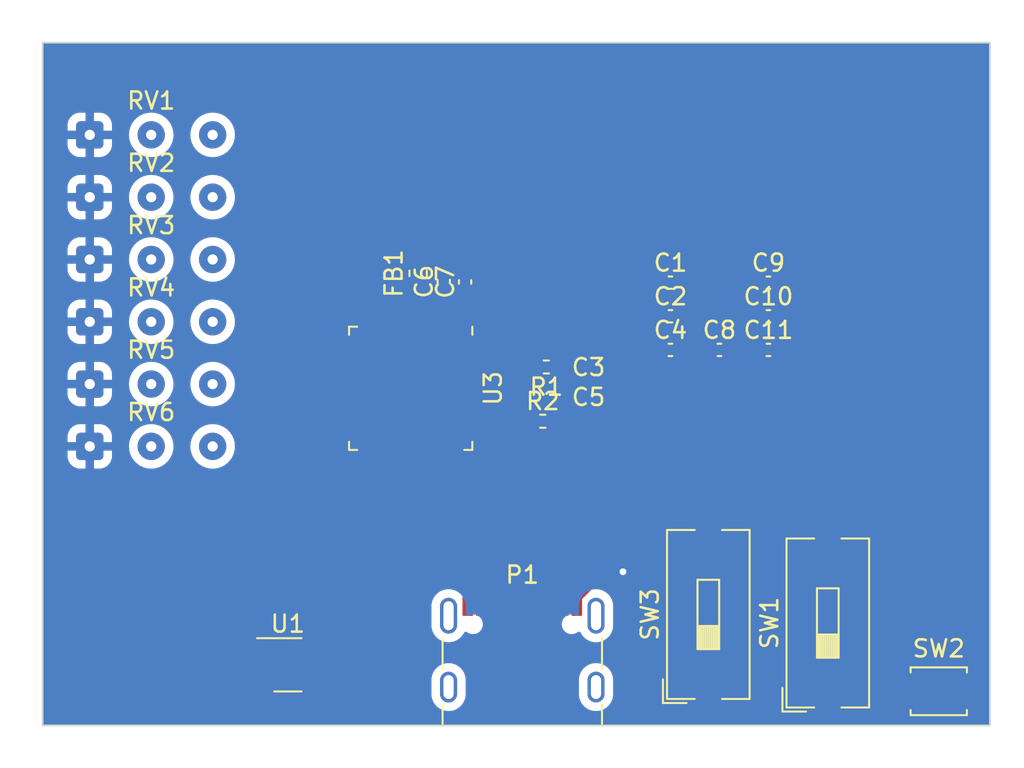
<source format=kicad_pcb>
(kicad_pcb (version 20221018) (generator pcbnew)
  (layers (0 "F.Cu" signal) (31 "B.Cu" signal) (34 "B.Paste" user) (35 "F.Paste" user) (36 "B.SilkS" user "B.Silkscreen") (37 "F.SilkS" user "F.Silkscreen") (38 "B.Mask" user) (39 "F.Mask" user) (44 "Edge.Cuts" user))
  (net 0 "")
  (net 1 "VDD")
  (net 2 "GND")
  (net 3 "VDDA")
  (net 4 "VBUS")
  (net 5 "/X_Trans")
  (net 6 "/Y_Trans")
  (net 7 "/X_Rot")
  (net 8 "/Y_Rot")
  (net 9 "/Z_Trans")
  (net 10 "/Z_Rot")
  (net 17 "NRST")
  (net 32 "/USB_D-")
  (net 33 "/USB_D+")
  (net 42 "/BOOT0")
  (net 48 "Net-(SW3-B)")
  (net 49 "Net-(SW1-B)")
  (footprint "Capacitor_SMD:C_0402_1005Metric" (layer "F.Cu") (at 106.78 46.53)
    (fp_text reference "C2" (at 0 -1.16) (layer "F.SilkS"))
    (fp_text value "100n")
    (fp_line (start -0.107836 -0.36) (end 0.107836 -0.36) (stroke (width 0.12)) (layer "F.SilkS"))
    (fp_line (start -0.107836 0.36) (end 0.107836 0.36) (stroke (width 0.12)) (layer "F.SilkS"))
    (pad "1" smd roundrect (at -0.48 0) (size 0.56 0.62) (layers "F.Cu" "F.Paste" "F.Mask") (net 1 "VDD"))
    (pad "2" smd roundrect (at 0.48 0) (size 0.56 0.62) (layers "F.Cu" "F.Paste" "F.Mask") (net 2 "GND"))
  )
  (footprint "Inductor_SMD:L_0603_1608Metric" (layer "F.Cu") (at 92 44.02 90)
    (fp_text reference "FB1" (at 0 -1.43 90) (layer "F.SilkS"))
    (fp_text value "120R")
    (fp_line (start -0.162779 -0.51) (end 0.162779 -0.51) (stroke (width 0.12)) (layer "F.SilkS"))
    (fp_line (start -0.162779 0.51) (end 0.162779 0.51) (stroke (width 0.12)) (layer "F.SilkS"))
    (pad "1" smd roundrect (at -0.7875 0 90) (size 0.875 0.95) (layers "F.Cu" "F.Paste" "F.Mask") (net 3 "VDDA"))
    (pad "2" smd roundrect (at 0.7875 0 90) (size 0.875 0.95) (layers "F.Cu" "F.Paste" "F.Mask") (net 1 "VDD"))
  )
  (footprint "Capacitor_SMD:C_0402_1005Metric" (layer "F.Cu") (at 112.52 44.56)
    (fp_text reference "C9" (at 0 -1.16) (layer "F.SilkS"))
    (fp_text value "1u")
    (fp_line (start -0.107836 -0.36) (end 0.107836 -0.36) (stroke (width 0.12)) (layer "F.SilkS"))
    (fp_line (start -0.107836 0.36) (end 0.107836 0.36) (stroke (width 0.12)) (layer "F.SilkS"))
    (pad "1" smd roundrect (at -0.48 0) (size 0.56 0.62) (layers "F.Cu" "F.Paste" "F.Mask") (net 1 "VDD"))
    (pad "2" smd roundrect (at 0.48 0) (size 0.56 0.62) (layers "F.Cu" "F.Paste" "F.Mask") (net 2 "GND"))
  )
  (footprint "Connector_Wire:SolderWire-0.1sqmm_1x03_P3.6mm_D0.4mm_OD1mm" (layer "F.Cu") (at 72.7592 46.8528)
    (fp_text reference "RV4" (at 3.6 -2) (layer "F.SilkS"))
    (fp_text value "10k")
    (pad "1" thru_hole roundrect (at 0 0) (size 1.6 1.6) (drill 0.6) (layers "*.Cu" "*.Mask") (roundrect_rratio 0.15625) (net 2 "GND"))
    (pad "2" thru_hole circle (at 3.6 0) (size 1.6 1.6) (drill 0.6) (layers "*.Cu" "*.Mask") (net 7 "/X_Rot"))
    (pad "3" thru_hole circle (at 7.2 0) (size 1.6 1.6) (drill 0.6) (layers "*.Cu" "*.Mask") (net 3 "VDDA"))
  )
  (footprint "Button_Switch_SMD:SW_DIP_SPSTx01_Slide_9.78x4.72mm_W8.61mm_P2.54mm" (layer "F.Cu") (at 116 64.5 90)
    (fp_text reference "SW1" (at 0 -3.42 90) (layer "F.SilkS"))
    (fp_text value "Power Switch")
    (fp_line (start -5.19 -2.66) (end -5.19 -1.277) (stroke (width 0.12)) (layer "F.SilkS"))
    (fp_line (start -5.19 -2.66) (end -3.806 -2.66) (stroke (width 0.12)) (layer "F.SilkS"))
    (fp_line (start -4.95 -2.42) (end -4.95 -0.8) (stroke (width 0.12)) (layer "F.SilkS"))
    (fp_line (start -4.95 -2.42) (end 4.95 -2.42) (stroke (width 0.12)) (layer "F.SilkS"))
    (fp_line (start -4.95 0.8) (end -4.95 2.42) (stroke (width 0.12)) (layer "F.SilkS"))
    (fp_line (start -4.95 2.42) (end 4.95 2.42) (stroke (width 0.12)) (layer "F.SilkS"))
    (fp_line (start -2.03 -0.635) (end -2.03 0.635) (stroke (width 0.12)) (layer "F.SilkS"))
    (fp_line (start -2.03 -0.515) (end -0.676667 -0.515) (stroke (width 0.12)) (layer "F.SilkS"))
    (fp_line (start -2.03 -0.395) (end -0.676667 -0.395) (stroke (width 0.12)) (layer "F.SilkS"))
    (fp_line (start -2.03 -0.275) (end -0.676667 -0.275) (stroke (width 0.12)) (layer "F.SilkS"))
    (fp_line (start -2.03 -0.155) (end -0.676667 -0.155) (stroke (width 0.12)) (layer "F.SilkS"))
    (fp_line (start -2.03 -0.035) (end -0.676667 -0.035) (stroke (width 0.12)) (layer "F.SilkS"))
    (fp_line (start -2.03 0.085) (end -0.676667 0.085) (stroke (width 0.12)) (layer "F.SilkS"))
    (fp_line (start -2.03 0.205) (end -0.676667 0.205) (stroke (width 0.12)) (layer "F.SilkS"))
    (fp_line (start -2.03 0.325) (end -0.676667 0.325) (stroke (width 0.12)) (layer "F.SilkS"))
    (fp_line (start -2.03 0.445) (end -0.676667 0.445) (stroke (width 0.12)) (layer "F.SilkS"))
    (fp_line (start -2.03 0.565) (end -0.676667 0.565) (stroke (width 0.12)) (layer "F.SilkS"))
    (fp_line (start -2.03 0.635) (end 2.03 0.635) (stroke (width 0.12)) (layer "F.SilkS"))
    (fp_line (start -0.676667 -0.635) (end -0.676667 0.635) (stroke (width 0.12)) (layer "F.SilkS"))
    (fp_line (start 2.03 -0.635) (end -2.03 -0.635) (stroke (width 0.12)) (layer "F.SilkS"))
    (fp_line (start 2.03 0.635) (end 2.03 -0.635) (stroke (width 0.12)) (layer "F.SilkS"))
    (fp_line (start 4.95 -2.42) (end 4.95 -0.8) (stroke (width 0.12)) (layer "F.SilkS"))
    (fp_line (start 4.95 0.8) (end 4.95 2.42) (stroke (width 0.12)) (layer "F.SilkS"))
    (pad "1" smd rect (at -4.305 0 90) (size 2.44 1.12) (layers "F.Cu" "F.Paste" "F.Mask") (net 2 "GND"))
    (pad "2" smd rect (at 4.305 0 90) (size 2.44 1.12) (layers "F.Cu" "F.Paste" "F.Mask") (net 49 "Net-(SW1-B)"))
  )
  (footprint "Connector_Wire:SolderWire-0.1sqmm_1x03_P3.6mm_D0.4mm_OD1mm" (layer "F.Cu") (at 72.7592 35.9028)
    (fp_text reference "RV1" (at 3.6 -2) (layer "F.SilkS"))
    (fp_text value "10k")
    (pad "1" thru_hole roundrect (at 0 0) (size 1.6 1.6) (drill 0.6) (layers "*.Cu" "*.Mask") (roundrect_rratio 0.15625) (net 2 "GND"))
    (pad "2" thru_hole circle (at 3.6 0) (size 1.6 1.6) (drill 0.6) (layers "*.Cu" "*.Mask") (net 5 "/X_Trans"))
    (pad "3" thru_hole circle (at 7.2 0) (size 1.6 1.6) (drill 0.6) (layers "*.Cu" "*.Mask") (net 3 "VDDA"))
  )
  (footprint "Capacitor_SMD:C_0402_1005Metric" (layer "F.Cu") (at 112.52 48.5)
    (fp_text reference "C11" (at 0 -1.16) (layer "F.SilkS"))
    (fp_text value "1u")
    (fp_line (start -0.107836 -0.36) (end 0.107836 -0.36) (stroke (width 0.12)) (layer "F.SilkS"))
    (fp_line (start -0.107836 0.36) (end 0.107836 0.36) (stroke (width 0.12)) (layer "F.SilkS"))
    (pad "1" smd roundrect (at -0.48 0) (size 0.56 0.62) (layers "F.Cu" "F.Paste" "F.Mask") (net 1 "VDD"))
    (pad "2" smd roundrect (at 0.48 0) (size 0.56 0.62) (layers "F.Cu" "F.Paste" "F.Mask") (net 2 "GND"))
  )
  (footprint "Capacitor_SMD:C_0402_1005Metric" (layer "F.Cu") (at 112.52 46.53)
    (fp_text reference "C10" (at 0 -1.16) (layer "F.SilkS"))
    (fp_text value "0.1u")
    (fp_line (start -0.107836 -0.36) (end 0.107836 -0.36) (stroke (width 0.12)) (layer "F.SilkS"))
    (fp_line (start -0.107836 0.36) (end 0.107836 0.36) (stroke (width 0.12)) (layer "F.SilkS"))
    (pad "1" smd roundrect (at -0.48 0) (size 0.56 0.62) (layers "F.Cu" "F.Paste" "F.Mask") (net 17 "NRST"))
    (pad "2" smd roundrect (at 0.48 0) (size 0.56 0.62) (layers "F.Cu" "F.Paste" "F.Mask") (net 2 "GND"))
  )
  (footprint "Capacitor_SMD:C_0402_1005Metric" (layer "F.Cu") (at 94.75 44.52 90)
    (fp_text reference "C7" (at 0 -1.16 90) (layer "F.SilkS"))
    (fp_text value "1u")
    (fp_line (start -0.107836 -0.36) (end 0.107836 -0.36) (stroke (width 0.12)) (layer "F.SilkS"))
    (fp_line (start -0.107836 0.36) (end 0.107836 0.36) (stroke (width 0.12)) (layer "F.SilkS"))
    (pad "1" smd roundrect (at -0.48 0 90) (size 0.56 0.62) (layers "F.Cu" "F.Paste" "F.Mask") (net 3 "VDDA"))
    (pad "2" smd roundrect (at 0.48 0 90) (size 0.56 0.62) (layers "F.Cu" "F.Paste" "F.Mask") (net 2 "GND"))
  )
  (footprint "Connector_Wire:SolderWire-0.1sqmm_1x03_P3.6mm_D0.4mm_OD1mm" (layer "F.Cu") (at 72.7592 43.2028)
    (fp_text reference "RV3" (at 3.6 -2) (layer "F.SilkS"))
    (fp_text value "10k")
    (pad "1" thru_hole roundrect (at 0 0) (size 1.6 1.6) (drill 0.6) (layers "*.Cu" "*.Mask") (roundrect_rratio 0.15625) (net 2 "GND"))
    (pad "2" thru_hole circle (at 3.6 0) (size 1.6 1.6) (drill 0.6) (layers "*.Cu" "*.Mask") (net 9 "/Z_Trans"))
    (pad "3" thru_hole circle (at 7.2 0) (size 1.6 1.6) (drill 0.6) (layers "*.Cu" "*.Mask") (net 3 "VDDA"))
  )
  (footprint "Capacitor_SMD:C_0201_0603Metric" (layer "F.Cu") (at 101.98 50.57)
    (fp_text reference "C3" (at 0 -1.05) (layer "F.SilkS"))
    (fp_text value "4.7u")
    (pad "1" smd roundrect (at -0.32 0) (size 0.46 0.4) (layers "F.Cu" "F.Mask") (net 1 "VDD"))
    (pad "2" smd roundrect (at 0.32 0) (size 0.46 0.4) (layers "F.Cu" "F.Mask") (net 2 "GND"))
  )
  (footprint "Capacitor_SMD:C_0201_0603Metric" (layer "F.Cu") (at 101.98 52.32)
    (fp_text reference "C5" (at 0 -1.05) (layer "F.SilkS"))
    (fp_text value "4.7u")
    (pad "1" smd roundrect (at -0.32 0) (size 0.46 0.4) (layers "F.Cu" "F.Mask") (net 1 "VDD"))
    (pad "2" smd roundrect (at 0.32 0) (size 0.46 0.4) (layers "F.Cu" "F.Mask") (net 2 "GND"))
  )
  (footprint "Button_Switch_SMD:SW_SPST_B3U-1000P" (layer "F.Cu") (at 122.5 68.5)
    (fp_text reference "SW2" (at 0 -2.5) (layer "F.SilkS"))
    (fp_text value "RST")
    (fp_line (start -1.65 -1.4) (end 1.65 -1.4) (stroke (width 0.12)) (layer "F.SilkS"))
    (fp_line (start -1.65 -1.1) (end -1.65 -1.4) (stroke (width 0.12)) (layer "F.SilkS"))
    (fp_line (start -1.65 1.1) (end -1.65 1.4) (stroke (width 0.12)) (layer "F.SilkS"))
    (fp_line (start -1.65 1.4) (end 1.65 1.4) (stroke (width 0.12)) (layer "F.SilkS"))
    (fp_line (start 1.65 -1.4) (end 1.65 -1.1) (stroke (width 0.12)) (layer "F.SilkS"))
    (fp_line (start 1.65 1.4) (end 1.65 1.1) (stroke (width 0.12)) (layer "F.SilkS"))
    (pad "1" smd rect (at -1.7 0) (size 0.9 1.7) (layers "F.Cu" "F.Paste" "F.Mask") (net 2 "GND"))
    (pad "2" smd rect (at 1.7 0) (size 0.9 1.7) (layers "F.Cu" "F.Paste" "F.Mask") (net 17 "NRST"))
  )
  (footprint "Capacitor_SMD:C_0402_1005Metric" (layer "F.Cu") (at 109.65 48.5)
    (fp_text reference "C8" (at 0 -1.16) (layer "F.SilkS"))
    (fp_text value "C?")
    (fp_line (start -0.107836 -0.36) (end 0.107836 -0.36) (stroke (width 0.12)) (layer "F.SilkS"))
    (fp_line (start -0.107836 0.36) (end 0.107836 0.36) (stroke (width 0.12)) (layer "F.SilkS"))
    (pad "1" smd roundrect (at -0.48 0) (size 0.56 0.62) (layers "F.Cu" "F.Paste" "F.Mask") (net 4 "VBUS"))
    (pad "2" smd roundrect (at 0.48 0) (size 0.56 0.62) (layers "F.Cu" "F.Paste" "F.Mask") (net 2 "GND"))
  )
  (footprint "Capacitor_SMD:C_0402_1005Metric" (layer "F.Cu") (at 93.5 44.5 90)
    (fp_text reference "C6" (at 0 -1.16 90) (layer "F.SilkS"))
    (fp_text value "10n")
    (fp_line (start -0.107836 -0.36) (end 0.107836 -0.36) (stroke (width 0.12)) (layer "F.SilkS"))
    (fp_line (start -0.107836 0.36) (end 0.107836 0.36) (stroke (width 0.12)) (layer "F.SilkS"))
    (pad "1" smd roundrect (at -0.48 0 90) (size 0.56 0.62) (layers "F.Cu" "F.Paste" "F.Mask") (net 3 "VDDA"))
    (pad "2" smd roundrect (at 0.48 0 90) (size 0.56 0.62) (layers "F.Cu" "F.Paste" "F.Mask") (net 2 "GND"))
  )
  (footprint "Capacitor_SMD:C_0402_1005Metric" (layer "F.Cu") (at 106.78 48.5)
    (fp_text reference "C4" (at 0 -1.16) (layer "F.SilkS"))
    (fp_text value "100n")
    (fp_line (start -0.107836 -0.36) (end 0.107836 -0.36) (stroke (width 0.12)) (layer "F.SilkS"))
    (fp_line (start -0.107836 0.36) (end 0.107836 0.36) (stroke (width 0.12)) (layer "F.SilkS"))
    (pad "1" smd roundrect (at -0.48 0) (size 0.56 0.62) (layers "F.Cu" "F.Paste" "F.Mask") (net 1 "VDD"))
    (pad "2" smd roundrect (at 0.48 0) (size 0.56 0.62) (layers "F.Cu" "F.Paste" "F.Mask") (net 2 "GND"))
  )
  (footprint "Button_Switch_SMD:SW_DIP_SPSTx01_Slide_9.78x4.72mm_W8.61mm_P2.54mm" (layer "F.Cu") (at 109 64 90)
    (fp_text reference "SW3" (at 0 -3.42 90) (layer "F.SilkS"))
    (fp_text value "BOOT Select")
    (fp_line (start -5.19 -2.66) (end -5.19 -1.277) (stroke (width 0.12)) (layer "F.SilkS"))
    (fp_line (start -5.19 -2.66) (end -3.806 -2.66) (stroke (width 0.12)) (layer "F.SilkS"))
    (fp_line (start -4.95 -2.42) (end -4.95 -0.8) (stroke (width 0.12)) (layer "F.SilkS"))
    (fp_line (start -4.95 -2.42) (end 4.95 -2.42) (stroke (width 0.12)) (layer "F.SilkS"))
    (fp_line (start -4.95 0.8) (end -4.95 2.42) (stroke (width 0.12)) (layer "F.SilkS"))
    (fp_line (start -4.95 2.42) (end 4.95 2.42) (stroke (width 0.12)) (layer "F.SilkS"))
    (fp_line (start -2.03 -0.635) (end -2.03 0.635) (stroke (width 0.12)) (layer "F.SilkS"))
    (fp_line (start -2.03 -0.515) (end -0.676667 -0.515) (stroke (width 0.12)) (layer "F.SilkS"))
    (fp_line (start -2.03 -0.395) (end -0.676667 -0.395) (stroke (width 0.12)) (layer "F.SilkS"))
    (fp_line (start -2.03 -0.275) (end -0.676667 -0.275) (stroke (width 0.12)) (layer "F.SilkS"))
    (fp_line (start -2.03 -0.155) (end -0.676667 -0.155) (stroke (width 0.12)) (layer "F.SilkS"))
    (fp_line (start -2.03 -0.035) (end -0.676667 -0.035) (stroke (width 0.12)) (layer "F.SilkS"))
    (fp_line (start -2.03 0.085) (end -0.676667 0.085) (stroke (width 0.12)) (layer "F.SilkS"))
    (fp_line (start -2.03 0.205) (end -0.676667 0.205) (stroke (width 0.12)) (layer "F.SilkS"))
    (fp_line (start -2.03 0.325) (end -0.676667 0.325) (stroke (width 0.12)) (layer "F.SilkS"))
    (fp_line (start -2.03 0.445) (end -0.676667 0.445) (stroke (width 0.12)) (layer "F.SilkS"))
    (fp_line (start -2.03 0.565) (end -0.676667 0.565) (stroke (width 0.12)) (layer "F.SilkS"))
    (fp_line (start -2.03 0.635) (end 2.03 0.635) (stroke (width 0.12)) (layer "F.SilkS"))
    (fp_line (start -0.676667 -0.635) (end -0.676667 0.635) (stroke (width 0.12)) (layer "F.SilkS"))
    (fp_line (start 2.03 -0.635) (end -2.03 -0.635) (stroke (width 0.12)) (layer "F.SilkS"))
    (fp_line (start 2.03 0.635) (end 2.03 -0.635) (stroke (width 0.12)) (layer "F.SilkS"))
    (fp_line (start 4.95 -2.42) (end 4.95 -0.8) (stroke (width 0.12)) (layer "F.SilkS"))
    (fp_line (start 4.95 0.8) (end 4.95 2.42) (stroke (width 0.12)) (layer "F.SilkS"))
    (pad "1" smd rect (at -4.305 0 90) (size 2.44 1.12) (layers "F.Cu" "F.Paste" "F.Mask") (net 2 "GND"))
    (pad "2" smd rect (at 4.305 0 90) (size 2.44 1.12) (layers "F.Cu" "F.Paste" "F.Mask") (net 48 "Net-(SW3-B)"))
  )
  (footprint "Connector_Wire:SolderWire-0.1sqmm_1x03_P3.6mm_D0.4mm_OD1mm" (layer "F.Cu") (at 72.7592 50.5028)
    (fp_text reference "RV5" (at 3.6 -2) (layer "F.SilkS"))
    (fp_text value "10k")
    (pad "1" thru_hole roundrect (at 0 0) (size 1.6 1.6) (drill 0.6) (layers "*.Cu" "*.Mask") (roundrect_rratio 0.15625) (net 2 "GND"))
    (pad "2" thru_hole circle (at 3.6 0) (size 1.6 1.6) (drill 0.6) (layers "*.Cu" "*.Mask") (net 8 "/Y_Rot"))
    (pad "3" thru_hole circle (at 7.2 0) (size 1.6 1.6) (drill 0.6) (layers "*.Cu" "*.Mask") (net 3 "VDDA"))
  )
  (footprint "Connector_USB:USB_C_Receptacle_GCT_USB4105-xx-A_16P_TopMnt_Horizontal" (layer "F.Cu") (at 98.1 67.18)
    (fp_text reference "P1" (at 0 -5.5 unlocked) (layer "F.SilkS"))
    (fp_text value "USB_C_Plug_USB2.0")
    (fp_line (start -4.67 0) (end -4.67 -1.8) (stroke (width 0.12)) (layer "F.SilkS"))
    (fp_line (start -4.67 2.1) (end -4.67 3.25) (stroke (width 0.12)) (layer "F.SilkS"))
    (fp_line (start 4.67 0) (end 4.67 -1.8) (stroke (width 0.12)) (layer "F.SilkS"))
    (fp_line (start 4.67 2.1) (end 4.67 3.25) (stroke (width 0.12)) (layer "F.SilkS"))
    (pad "" np_thru_hole circle (at -2.89 -2.605) (size 0.65 0.65) (drill 0.65) (layers "F&B.Cu" "*.Mask"))
    (pad "" np_thru_hole circle (at 2.89 -2.605) (size 0.65 0.65) (drill 0.65) (layers "F&B.Cu" "*.Mask"))
    (pad "A1" smd rect (at -3.2 -3.68) (size 0.6 1.15) (layers "F.Cu" "F.Paste" "F.Mask") (net 2 "GND"))
    (pad "A4" smd rect (at -2.4 -3.68) (size 0.6 1.15) (layers "F.Cu" "F.Paste" "F.Mask") (net 4 "VBUS"))
    (pad "A5" smd rect (at -1.25 -3.68) (size 0.3 1.15) (layers "F.Cu" "F.Paste" "F.Mask"))
    (pad "A6" smd rect (at -0.25 -3.68) (size 0.3 1.15) (layers "F.Cu" "F.Paste" "F.Mask") (net 33 "/USB_D+"))
    (pad "A7" smd rect (at 0.25 -3.68) (size 0.3 1.15) (layers "F.Cu" "F.Paste" "F.Mask") (net 32 "/USB_D-"))
    (pad "A8" smd rect (at 1.25 -3.68) (size 0.3 1.15) (layers "F.Cu" "F.Paste" "F.Mask"))
    (pad "A9" smd rect (at 2.4 -3.68) (size 0.6 1.15) (layers "F.Cu" "F.Paste" "F.Mask") (net 4 "VBUS"))
    (pad "A12" smd rect (at 3.2 -3.68) (size 0.6 1.15) (layers "F.Cu" "F.Paste" "F.Mask") (net 2 "GND"))
    (pad "B1" smd rect (at 3.2 -3.68) (size 0.6 1.15) (layers "F.Cu" "F.Paste" "F.Mask") (net 2 "GND"))
    (pad "B4" smd rect (at 2.4 -3.68) (size 0.6 1.15) (layers "F.Cu" "F.Paste" "F.Mask") (net 4 "VBUS"))
    (pad "B5" smd rect (at 1.75 -3.68) (size 0.3 1.15) (layers "F.Cu" "F.Paste" "F.Mask"))
    (pad "B6" smd rect (at 0.75 -3.68) (size 0.3 1.15) (layers "F.Cu" "F.Paste" "F.Mask"))
    (pad "B7" smd rect (at -0.75 -3.68) (size 0.3 1.15) (layers "F.Cu" "F.Paste" "F.Mask"))
    (pad "B8" smd rect (at -1.75 -3.68) (size 0.3 1.15) (layers "F.Cu" "F.Paste" "F.Mask"))
    (pad "B9" smd rect (at -2.4 -3.68) (size 0.6 1.15) (layers "F.Cu" "F.Paste" "F.Mask") (net 4 "VBUS"))
    (pad "B12" smd rect (at -3.2 -3.68) (size 0.6 1.15) (layers "F.Cu" "F.Paste" "F.Mask") (net 2 "GND"))
    (pad "S1" thru_hole oval (at -4.32 -3.105) (size 1 2.1) (drill oval 0.6 1.7) (layers "*.Cu" "*.Mask" "F.Paste"))
    (pad "S1" thru_hole oval (at -4.32 1.075) (size 1 1.8) (drill oval 0.6 1.4) (layers "*.Cu" "*.Mask" "F.Paste"))
    (pad "S1" thru_hole oval (at 4.32 -3.105) (size 1 2.1) (drill oval 0.6 1.7) (layers "*.Cu" "*.Mask" "F.Paste"))
    (pad "S1" thru_hole oval (at 4.32 1.075) (size 1 1.8) (drill oval 0.6 1.4) (layers "*.Cu" "*.Mask" "F.Paste"))
  )
  (footprint "Resistor_SMD:R_0402_1005Metric" (layer "F.Cu") (at 99.51 49.5 180)
    (fp_text reference "R1" (at 0 -1.17) (layer "F.SilkS"))
    (fp_text value "1k5")
    (fp_line (start -0.153641 -0.38) (end 0.153641 -0.38) (stroke (width 0.12)) (layer "F.SilkS"))
    (fp_line (start -0.153641 0.38) (end 0.153641 0.38) (stroke (width 0.12)) (layer "F.SilkS"))
    (pad "1" smd roundrect (at -0.51 0 180) (size 0.54 0.64) (layers "F.Cu" "F.Paste" "F.Mask") (net 33 "/USB_D+"))
    (pad "2" smd roundrect (at 0.51 0 180) (size 0.54 0.64) (layers "F.Cu" "F.Paste" "F.Mask") (net 3 "VDDA"))
  )
  (footprint "Resistor_SMD:R_0402_1005Metric" (layer "F.Cu") (at 99.3 52.68)
    (fp_text reference "R2" (at 0 -1.17) (layer "F.SilkS"))
    (fp_text value "10k")
    (fp_line (start -0.153641 -0.38) (end 0.153641 -0.38) (stroke (width 0.12)) (layer "F.SilkS"))
    (fp_line (start -0.153641 0.38) (end 0.153641 0.38) (stroke (width 0.12)) (layer "F.SilkS"))
    (pad "1" smd roundrect (at -0.51 0) (size 0.54 0.64) (layers "F.Cu" "F.Paste" "F.Mask") (net 48 "Net-(SW3-B)"))
    (pad "2" smd roundrect (at 0.51 0) (size 0.54 0.64) (layers "F.Cu" "F.Paste" "F.Mask") (net 42 "/BOOT0"))
  )
  (footprint "Package_TO_SOT_SMD:TSOT-23-5" (layer "F.Cu") (at 84.3625 66.95)
    (fp_text reference "U1" (at 0 -2.4) (layer "F.SilkS"))
    (fp_text value "NCV8114ASN330T1G")
    (fp_line (start 0 -1.56) (end -1.8 -1.56) (stroke (width 0.12)) (layer "F.SilkS"))
    (fp_line (start 0 -1.56) (end 0.8 -1.56) (stroke (width 0.12)) (layer "F.SilkS"))
    (fp_line (start 0 1.56) (end -0.8 1.56) (stroke (width 0.12)) (layer "F.SilkS"))
    (fp_line (start 0 1.56) (end 0.8 1.56) (stroke (width 0.12)) (layer "F.SilkS"))
    (pad "1" smd roundrect (at -1.1375 -0.95) (size 1.325 0.6) (layers "F.Cu" "F.Paste" "F.Mask") (net 4 "VBUS"))
    (pad "2" smd roundrect (at -1.1375 0) (size 1.325 0.6) (layers "F.Cu" "F.Paste" "F.Mask") (net 2 "GND"))
    (pad "3" smd roundrect (at -1.1375 0.95) (size 1.325 0.6) (layers "F.Cu" "F.Paste" "F.Mask") (net 49 "Net-(SW1-B)"))
    (pad "4" smd roundrect (at 1.1375 0.95) (size 1.325 0.6) (layers "F.Cu" "F.Paste" "F.Mask"))
    (pad "5" smd roundrect (at 1.1375 -0.95) (size 1.325 0.6) (layers "F.Cu" "F.Paste" "F.Mask") (net 1 "VDD"))
  )
  (footprint "Connector_Wire:SolderWire-0.1sqmm_1x03_P3.6mm_D0.4mm_OD1mm" (layer "F.Cu") (at 72.7592 54.1528)
    (fp_text reference "RV6" (at 3.6 -2) (layer "F.SilkS"))
    (fp_text value "10k")
    (pad "1" thru_hole roundrect (at 0 0) (size 1.6 1.6) (drill 0.6) (layers "*.Cu" "*.Mask") (roundrect_rratio 0.15625) (net 2 "GND"))
    (pad "2" thru_hole circle (at 3.6 0) (size 1.6 1.6) (drill 0.6) (layers "*.Cu" "*.Mask") (net 10 "/Z_Rot"))
    (pad "3" thru_hole circle (at 7.2 0) (size 1.6 1.6) (drill 0.6) (layers "*.Cu" "*.Mask") (net 3 "VDDA"))
  )
  (footprint "Connector_Wire:SolderWire-0.1sqmm_1x03_P3.6mm_D0.4mm_OD1mm" (layer "F.Cu") (at 72.7592 39.5528)
    (fp_text reference "RV2" (at 3.6 -2) (layer "F.SilkS"))
    (fp_text value "10k")
    (pad "1" thru_hole roundrect (at 0 0) (size 1.6 1.6) (drill 0.6) (layers "*.Cu" "*.Mask") (roundrect_rratio 0.15625) (net 2 "GND"))
    (pad "2" thru_hole circle (at 3.6 0) (size 1.6 1.6) (drill 0.6) (layers "*.Cu" "*.Mask") (net 6 "/Y_Trans"))
    (pad "3" thru_hole circle (at 7.2 0) (size 1.6 1.6) (drill 0.6) (layers "*.Cu" "*.Mask") (net 3 "VDDA"))
  )
  (footprint "Package_DFN_QFN:QFN-48-1EP_7x7mm_P0.5mm_EP5.6x5.6mm" (layer "F.Cu") (at 91.5625 50.75 -90)
    (fp_text reference "U3" (at 0 -4.82 90) (layer "F.SilkS"))
    (fp_text value "STM32F042C6Ux")
    (fp_line (start -3.61 3.61) (end -3.61 3.135) (stroke (width 0.12)) (layer "F.SilkS"))
    (fp_line (start -3.135 -3.61) (end -3.61 -3.61) (stroke (width 0.12)) (layer "F.SilkS"))
    (fp_line (start -3.135 3.61) (end -3.61 3.61) (stroke (width 0.12)) (layer "F.SilkS"))
    (fp_line (start 3.135 -3.61) (end 3.61 -3.61) (stroke (width 0.12)) (layer "F.SilkS"))
    (fp_line (start 3.135 3.61) (end 3.61 3.61) (stroke (width 0.12)) (layer "F.SilkS"))
    (fp_line (start 3.61 -3.61) (end 3.61 -3.135) (stroke (width 0.12)) (layer "F.SilkS"))
    (fp_line (start 3.61 3.61) (end 3.61 3.135) (stroke (width 0.12)) (layer "F.SilkS"))
    (pad "1" smd roundrect (at -3.4375 -2.75 270) (size 0.875 0.25) (layers "F.Cu" "F.Paste" "F.Mask") (net 1 "VDD"))
    (pad "2" smd roundrect (at -3.4375 -2.25 270) (size 0.875 0.25) (layers "F.Cu" "F.Paste" "F.Mask"))
    (pad "3" smd roundrect (at -3.4375 -1.75 270) (size 0.875 0.25) (layers "F.Cu" "F.Paste" "F.Mask"))
    (pad "4" smd roundrect (at -3.4375 -1.25 270) (size 0.875 0.25) (layers "F.Cu" "F.Paste" "F.Mask"))
    (pad "5" smd roundrect (at -3.4375 -0.75 270) (size 0.875 0.25) (layers "F.Cu" "F.Paste" "F.Mask"))
    (pad "6" smd roundrect (at -3.4375 -0.25 270) (size 0.875 0.25) (layers "F.Cu" "F.Paste" "F.Mask"))
    (pad "7" smd roundrect (at -3.4375 0.25 270) (size 0.875 0.25) (layers "F.Cu" "F.Paste" "F.Mask") (net 17 "NRST"))
    (pad "8" smd roundrect (at -3.4375 0.75 270) (size 0.875 0.25) (layers "F.Cu" "F.Paste" "F.Mask") (net 2 "GND"))
    (pad "9" smd roundrect (at -3.4375 1.25 270) (size 0.875 0.25) (layers "F.Cu" "F.Paste" "F.Mask") (net 3 "VDDA"))
    (pad "10" smd roundrect (at -3.4375 1.75 270) (size 0.875 0.25) (layers "F.Cu" "F.Paste" "F.Mask") (net 5 "/X_Trans"))
    (pad "11" smd roundrect (at -3.4375 2.25 270) (size 0.875 0.25) (layers "F.Cu" "F.Paste" "F.Mask") (net 6 "/Y_Trans"))
    (pad "12" smd roundrect (at -3.4375 2.75 270) (size 0.875 0.25) (layers "F.Cu" "F.Paste" "F.Mask") (net 9 "/Z_Trans"))
    (pad "13" smd roundrect (at -2.75 3.4375 270) (size 0.25 0.875) (layers "F.Cu" "F.Paste" "F.Mask") (net 7 "/X_Rot"))
    (pad "14" smd roundrect (at -2.25 3.4375 270) (size 0.25 0.875) (layers "F.Cu" "F.Paste" "F.Mask") (net 8 "/Y_Rot"))
    (pad "15" smd roundrect (at -1.75 3.4375 270) (size 0.25 0.875) (layers "F.Cu" "F.Paste" "F.Mask") (net 10 "/Z_Rot"))
    (pad "16" smd roundrect (at -1.25 3.4375 270) (size 0.25 0.875) (layers "F.Cu" "F.Paste" "F.Mask"))
    (pad "17" smd roundrect (at -0.75 3.4375 270) (size 0.25 0.875) (layers "F.Cu" "F.Paste" "F.Mask"))
    (pad "18" smd roundrect (at -0.25 3.4375 270) (size 0.25 0.875) (layers "F.Cu" "F.Paste" "F.Mask"))
    (pad "19" smd roundrect (at 0.25 3.4375 270) (size 0.25 0.875) (layers "F.Cu" "F.Paste" "F.Mask"))
    (pad "20" smd roundrect (at 0.75 3.4375 270) (size 0.25 0.875) (layers "F.Cu" "F.Paste" "F.Mask"))
    (pad "21" smd roundrect (at 1.25 3.4375 270) (size 0.25 0.875) (layers "F.Cu" "F.Paste" "F.Mask"))
    (pad "22" smd roundrect (at 1.75 3.4375 270) (size 0.25 0.875) (layers "F.Cu" "F.Paste" "F.Mask"))
    (pad "23" smd roundrect (at 2.25 3.4375 270) (size 0.25 0.875) (layers "F.Cu" "F.Paste" "F.Mask") (net 2 "GND"))
    (pad "24" smd roundrect (at 2.75 3.4375 270) (size 0.25 0.875) (layers "F.Cu" "F.Paste" "F.Mask") (net 1 "VDD"))
    (pad "25" smd roundrect (at 3.4375 2.75 270) (size 0.875 0.25) (layers "F.Cu" "F.Paste" "F.Mask"))
    (pad "26" smd roundrect (at 3.4375 2.25 270) (size 0.875 0.25) (layers "F.Cu" "F.Paste" "F.Mask"))
    (pad "27" smd roundrect (at 3.4375 1.75 270) (size 0.875 0.25) (layers "F.Cu" "F.Paste" "F.Mask"))
    (pad "28" smd roundrect (at 3.4375 1.25 270) (size 0.875 0.25) (layers "F.Cu" "F.Paste" "F.Mask"))
    (pad "29" smd roundrect (at 3.4375 0.75 270) (size 0.875 0.25) (layers "F.Cu" "F.Paste" "F.Mask"))
    (pad "30" smd roundrect (at 3.4375 0.25 270) (size 0.875 0.25) (layers "F.Cu" "F.Paste" "F.Mask"))
    (pad "31" smd roundrect (at 3.4375 -0.25 270) (size 0.875 0.25) (layers "F.Cu" "F.Paste" "F.Mask"))
    (pad "32" smd roundrect (at 3.4375 -0.75 270) (size 0.875 0.25) (layers "F.Cu" "F.Paste" "F.Mask") (net 32 "/USB_D-"))
    (pad "33" smd roundrect (at 3.4375 -1.25 270) (size 0.875 0.25) (layers "F.Cu" "F.Paste" "F.Mask") (net 33 "/USB_D+"))
    (pad "34" smd roundrect (at 3.4375 -1.75 270) (size 0.875 0.25) (layers "F.Cu" "F.Paste" "F.Mask"))
    (pad "35" smd roundrect (at 3.4375 -2.25 270) (size 0.875 0.25) (layers "F.Cu" "F.Paste" "F.Mask") (net 2 "GND"))
    (pad "36" smd roundrect (at 3.4375 -2.75 270) (size 0.875 0.25) (layers "F.Cu" "F.Paste" "F.Mask") (net 1 "VDD"))
    (pad "37" smd roundrect (at 2.75 -3.4375 270) (size 0.25 0.875) (layers "F.Cu" "F.Paste" "F.Mask"))
    (pad "38" smd roundrect (at 2.25 -3.4375 270) (size 0.25 0.875) (layers "F.Cu" "F.Paste" "F.Mask"))
    (pad "39" smd roundrect (at 1.75 -3.4375 270) (size 0.25 0.875) (layers "F.Cu" "F.Paste" "F.Mask"))
    (pad "40" smd roundrect (at 1.25 -3.4375 270) (size 0.25 0.875) (layers "F.Cu" "F.Paste" "F.Mask"))
    (pad "41" smd roundrect (at 0.75 -3.4375 270) (size 0.25 0.875) (layers "F.Cu" "F.Paste" "F.Mask"))
    (pad "42" smd roundrect (at 0.25 -3.4375 270) (size 0.25 0.875) (layers "F.Cu" "F.Paste" "F.Mask"))
    (pad "43" smd roundrect (at -0.25 -3.4375 270) (size 0.25 0.875) (layers "F.Cu" "F.Paste" "F.Mask"))
    (pad "44" smd roundrect (at -0.75 -3.4375 270) (size 0.25 0.875) (layers "F.Cu" "F.Paste" "F.Mask") (net 42 "/BOOT0"))
    (pad "45" smd roundrect (at -1.25 -3.4375 270) (size 0.25 0.875) (layers "F.Cu" "F.Paste" "F.Mask"))
    (pad "46" smd roundrect (at -1.75 -3.4375 270) (size 0.25 0.875) (layers "F.Cu" "F.Paste" "F.Mask"))
    (pad "47" smd roundrect (at -2.25 -3.4375 270) (size 0.25 0.875) (layers "F.Cu" "F.Paste" "F.Mask") (net 2 "GND"))
    (pad "48" smd roundrect (at -2.75 -3.4375 270) (size 0.25 0.875) (layers "F.Cu" "F.Paste" "F.Mask") (net 1 "VDD"))
    (pad "49" smd rect (at 0 0 270) (size 5.6 5.6) (layers "F.Cu" "F.Mask") (net 2 "GND"))
  )
  (footprint "Capacitor_SMD:C_0402_1005Metric" (layer "F.Cu") (at 106.78 44.56)
    (fp_text reference "C1" (at 0 -1.16) (layer "F.SilkS"))
    (fp_text value "100n")
    (fp_line (start -0.107836 -0.36) (end 0.107836 -0.36) (stroke (width 0.12)) (layer "F.SilkS"))
    (fp_line (start -0.107836 0.36) (end 0.107836 0.36) (stroke (width 0.12)) (layer "F.SilkS"))
    (pad "1" smd roundrect (at -0.48 0) (size 0.56 0.62) (layers "F.Cu" "F.Paste" "F.Mask") (net 1 "VDD"))
    (pad "2" smd roundrect (at 0.48 0) (size 0.56 0.62) (layers "F.Cu" "F.Paste" "F.Mask") (net 2 "GND"))
  )
  (gr_rect (start 70 30.5) (end 125.5 70.5) (stroke (width 0.1)) (fill none) (layer "Edge.Cuts"))
  (segment (start 103.025 61.5) (end 104 61.5) (width 0.25) (layer "F.Cu") (net 2))
  (segment (start 101.3 63.225) (end 103.025 61.5) (width 0.25) (layer "F.Cu") (net 2))
  (segment (start 101.3 63.5) (end 101.3 63.225) (width 0.25) (layer "F.Cu") (net 2))
  (via (at 104 61.5) (size 0.8) (drill 0.4) (layers "F.Cu" "B.Cu") (net 2))
  (zone (net 2) (net_name "GND") (layer "B.Cu") (connect_pads (clearance 0.5)) (min_thickness 0.25) (fill yes (thermal_gap 0.5) (thermal_bridge_width 0.5))
    (polygon (pts (xy 67.5 28) (xy 127.5 28) (xy 127.5 72.5) (xy 67.5 73)))
  )
)
</source>
